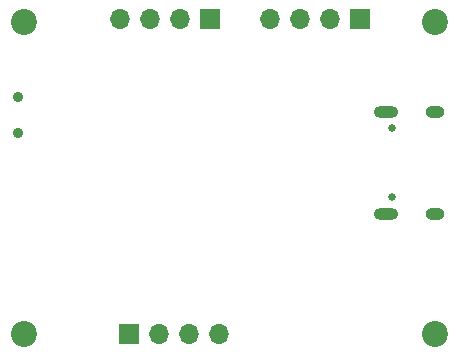
<source format=gbr>
%TF.GenerationSoftware,KiCad,Pcbnew,7.0.7*%
%TF.CreationDate,2023-12-23T18:12:20-05:00*%
%TF.ProjectId,stm32f1,73746d33-3266-4312-9e6b-696361645f70,rev?*%
%TF.SameCoordinates,Original*%
%TF.FileFunction,Soldermask,Bot*%
%TF.FilePolarity,Negative*%
%FSLAX46Y46*%
G04 Gerber Fmt 4.6, Leading zero omitted, Abs format (unit mm)*
G04 Created by KiCad (PCBNEW 7.0.7) date 2023-12-23 18:12:20*
%MOMM*%
%LPD*%
G01*
G04 APERTURE LIST*
%ADD10R,1.700000X1.700000*%
%ADD11O,1.700000X1.700000*%
%ADD12C,0.900000*%
%ADD13C,2.200000*%
%ADD14C,0.650000*%
%ADD15O,2.100000X1.000000*%
%ADD16O,1.600000X1.000000*%
G04 APERTURE END LIST*
D10*
%TO.C,J2*%
X67056000Y-55118000D03*
D11*
X64516000Y-55118000D03*
X61976000Y-55118000D03*
X59436000Y-55118000D03*
%TD*%
D10*
%TO.C,J4*%
X47498000Y-81788000D03*
D11*
X50038000Y-81788000D03*
X52578000Y-81788000D03*
X55118000Y-81788000D03*
%TD*%
D10*
%TO.C,J3*%
X54356000Y-55118000D03*
D11*
X51816000Y-55118000D03*
X49276000Y-55118000D03*
X46736000Y-55118000D03*
%TD*%
D12*
%TO.C,SW1*%
X38100000Y-61770000D03*
X38100000Y-64770000D03*
%TD*%
D13*
%TO.C,H4*%
X38608000Y-81788000D03*
%TD*%
%TO.C,H2*%
X73406000Y-81788000D03*
%TD*%
%TO.C,H3*%
X38608000Y-55372000D03*
%TD*%
D14*
%TO.C,J1*%
X69756000Y-70202000D03*
X69756000Y-64422000D03*
D15*
X69226000Y-71632000D03*
D16*
X73406000Y-71632000D03*
D15*
X69226000Y-62992000D03*
D16*
X73406000Y-62992000D03*
%TD*%
D13*
%TO.C,H1*%
X73406000Y-55372000D03*
%TD*%
M02*

</source>
